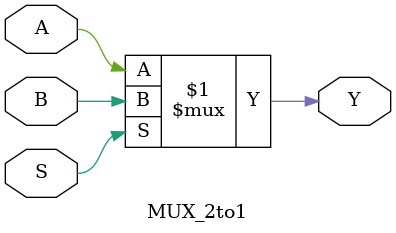
<source format=v>
module MUX_2to1 (
    input A,
    input B,
    input S,
    output Y
);
    assign Y = (S) ? B : A;
endmodule

</source>
